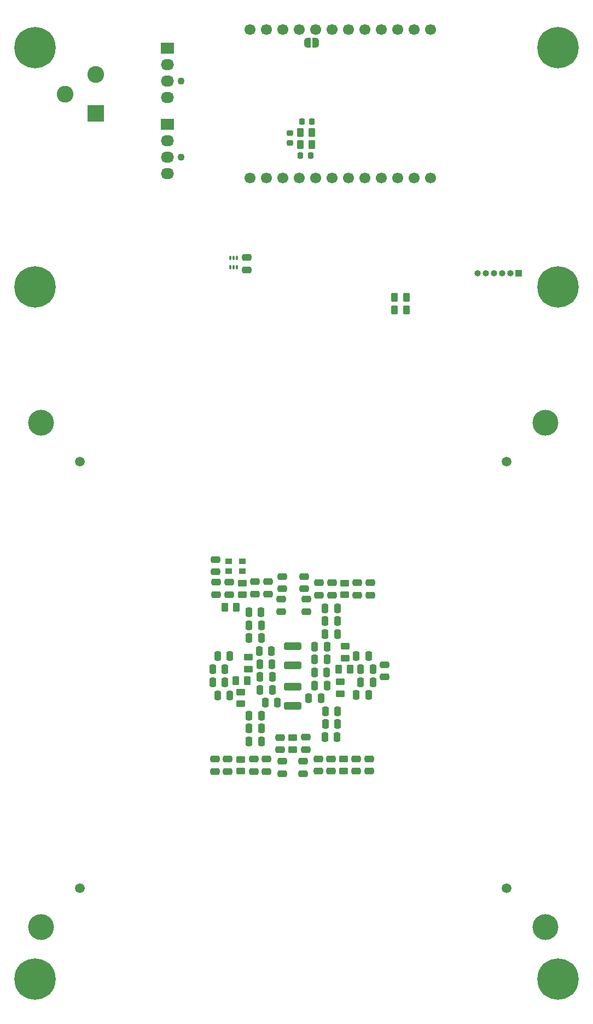
<source format=gbs>
G04 #@! TF.GenerationSoftware,KiCad,Pcbnew,8.0.1-8.0.1-1~ubuntu22.04.1*
G04 #@! TF.CreationDate,2025-01-07T16:49:49+01:00*
G04 #@! TF.ProjectId,nerdqaxe+,6e657264-7161-4786-952b-2e6b69636164,rev?*
G04 #@! TF.SameCoordinates,Original*
G04 #@! TF.FileFunction,Soldermask,Bot*
G04 #@! TF.FilePolarity,Negative*
%FSLAX46Y46*%
G04 Gerber Fmt 4.6, Leading zero omitted, Abs format (unit mm)*
G04 Created by KiCad (PCBNEW 8.0.1-8.0.1-1~ubuntu22.04.1) date 2025-01-07 16:49:49*
%MOMM*%
%LPD*%
G01*
G04 APERTURE LIST*
G04 Aperture macros list*
%AMRoundRect*
0 Rectangle with rounded corners*
0 $1 Rounding radius*
0 $2 $3 $4 $5 $6 $7 $8 $9 X,Y pos of 4 corners*
0 Add a 4 corners polygon primitive as box body*
4,1,4,$2,$3,$4,$5,$6,$7,$8,$9,$2,$3,0*
0 Add four circle primitives for the rounded corners*
1,1,$1+$1,$2,$3*
1,1,$1+$1,$4,$5*
1,1,$1+$1,$6,$7*
1,1,$1+$1,$8,$9*
0 Add four rect primitives between the rounded corners*
20,1,$1+$1,$2,$3,$4,$5,0*
20,1,$1+$1,$4,$5,$6,$7,0*
20,1,$1+$1,$6,$7,$8,$9,0*
20,1,$1+$1,$8,$9,$2,$3,0*%
%AMFreePoly0*
4,1,19,0.500000,-0.750000,0.000000,-0.750000,0.000000,-0.744911,-0.071157,-0.744911,-0.207708,-0.704816,-0.327430,-0.627875,-0.420627,-0.520320,-0.479746,-0.390866,-0.500000,-0.250000,-0.500000,0.250000,-0.479746,0.390866,-0.420627,0.520320,-0.327430,0.627875,-0.207708,0.704816,-0.071157,0.744911,0.000000,0.744911,0.000000,0.750000,0.500000,0.750000,0.500000,-0.750000,0.500000,-0.750000,
$1*%
%AMFreePoly1*
4,1,19,0.000000,0.744911,0.071157,0.744911,0.207708,0.704816,0.327430,0.627875,0.420627,0.520320,0.479746,0.390866,0.500000,0.250000,0.500000,-0.250000,0.479746,-0.390866,0.420627,-0.520320,0.327430,-0.627875,0.207708,-0.704816,0.071157,-0.744911,0.000000,-0.744911,0.000000,-0.750000,-0.500000,-0.750000,-0.500000,0.750000,0.000000,0.750000,0.000000,0.744911,0.000000,0.744911,
$1*%
G04 Aperture macros list end*
%ADD10C,1.500000*%
%ADD11C,0.800000*%
%ADD12C,6.400000*%
%ADD13C,4.000000*%
%ADD14C,1.700000*%
%ADD15R,1.000000X1.000000*%
%ADD16O,1.000000X1.000000*%
%ADD17C,1.100000*%
%ADD18R,2.030000X1.730000*%
%ADD19O,2.030000X1.730000*%
%ADD20R,2.600000X2.600000*%
%ADD21C,2.600000*%
%ADD22RoundRect,0.250000X-0.250000X-0.475000X0.250000X-0.475000X0.250000X0.475000X-0.250000X0.475000X0*%
%ADD23RoundRect,0.250000X0.250000X0.475000X-0.250000X0.475000X-0.250000X-0.475000X0.250000X-0.475000X0*%
%ADD24RoundRect,0.250000X-0.450000X0.262500X-0.450000X-0.262500X0.450000X-0.262500X0.450000X0.262500X0*%
%ADD25RoundRect,0.250000X0.262500X0.450000X-0.262500X0.450000X-0.262500X-0.450000X0.262500X-0.450000X0*%
%ADD26RoundRect,0.250000X0.475000X-0.250000X0.475000X0.250000X-0.475000X0.250000X-0.475000X-0.250000X0*%
%ADD27RoundRect,0.250000X0.450000X-0.262500X0.450000X0.262500X-0.450000X0.262500X-0.450000X-0.262500X0*%
%ADD28RoundRect,0.225000X-0.225000X-0.250000X0.225000X-0.250000X0.225000X0.250000X-0.225000X0.250000X0*%
%ADD29RoundRect,0.250000X-0.475000X0.250000X-0.475000X-0.250000X0.475000X-0.250000X0.475000X0.250000X0*%
%ADD30RoundRect,0.250000X-0.262500X-0.450000X0.262500X-0.450000X0.262500X0.450000X-0.262500X0.450000X0*%
%ADD31RoundRect,0.225000X0.250000X-0.225000X0.250000X0.225000X-0.250000X0.225000X-0.250000X-0.225000X0*%
%ADD32R,1.000000X0.900000*%
%ADD33RoundRect,0.250000X1.100000X-0.325000X1.100000X0.325000X-1.100000X0.325000X-1.100000X-0.325000X0*%
%ADD34RoundRect,0.225000X0.225000X0.250000X-0.225000X0.250000X-0.225000X-0.250000X0.225000X-0.250000X0*%
%ADD35RoundRect,0.050000X0.100000X-0.285000X0.100000X0.285000X-0.100000X0.285000X-0.100000X-0.285000X0*%
%ADD36FreePoly0,0.000000*%
%ADD37FreePoly1,0.000000*%
%ADD38RoundRect,0.250000X-1.100000X0.325000X-1.100000X-0.325000X1.100000X-0.325000X1.100000X0.325000X0*%
G04 APERTURE END LIST*
D10*
X62000000Y-92000000D03*
D11*
X52600000Y-28000000D03*
X53302944Y-26302944D03*
X53302944Y-29697056D03*
X55000000Y-25600000D03*
D12*
X55000000Y-28000000D03*
D11*
X55000000Y-30400000D03*
X56697056Y-26302944D03*
X56697056Y-29697056D03*
X57400000Y-28000000D03*
D13*
X134000000Y-164000000D03*
D14*
X88310000Y-25250000D03*
X90850000Y-25250000D03*
X93390000Y-25250000D03*
X95930000Y-25250000D03*
X98470000Y-25250000D03*
X101010000Y-25250000D03*
X103550000Y-25250000D03*
X106090000Y-25250000D03*
X108630000Y-25250000D03*
X111170000Y-25250000D03*
X113710000Y-25250000D03*
X116250000Y-25250000D03*
X116250000Y-48170000D03*
X113710000Y-48170000D03*
X111170000Y-48170000D03*
X108630000Y-48170000D03*
X106090000Y-48170000D03*
X103550000Y-48170000D03*
X101010000Y-48170000D03*
X98470000Y-48170000D03*
X95930000Y-48170000D03*
X93390000Y-48170000D03*
X90850000Y-48170000D03*
X88310000Y-48170000D03*
D15*
X129875000Y-62900000D03*
D16*
X128605000Y-62900000D03*
X127335000Y-62900000D03*
X126065000Y-62900000D03*
X124795000Y-62900000D03*
X123525000Y-62900000D03*
D17*
X77660000Y-44980000D03*
D18*
X75500000Y-39900000D03*
D19*
X75500000Y-42440000D03*
X75500000Y-44980000D03*
X75500000Y-47520000D03*
D13*
X56000000Y-164000000D03*
X56000000Y-86000000D03*
D10*
X62000000Y-158000000D03*
D11*
X133600000Y-28000000D03*
X134302944Y-26302944D03*
X134302944Y-29697056D03*
X136000000Y-25600000D03*
D12*
X136000000Y-28000000D03*
D11*
X136000000Y-30400000D03*
X137697056Y-26302944D03*
X137697056Y-29697056D03*
X138400000Y-28000000D03*
D13*
X134000000Y-86000000D03*
D10*
X128000000Y-158000000D03*
D11*
X133600000Y-172000000D03*
X134302944Y-170302944D03*
X134302944Y-173697056D03*
X136000000Y-169600000D03*
D12*
X136000000Y-172000000D03*
D11*
X136000000Y-174400000D03*
X137697056Y-170302944D03*
X137697056Y-173697056D03*
X138400000Y-172000000D03*
X52600000Y-65000000D03*
X53302944Y-63302944D03*
X53302944Y-66697056D03*
X55000000Y-62600000D03*
D12*
X55000000Y-65000000D03*
D11*
X55000000Y-67400000D03*
X56697056Y-63302944D03*
X56697056Y-66697056D03*
X57400000Y-65000000D03*
D17*
X77660000Y-33180000D03*
D18*
X75500000Y-28100000D03*
D19*
X75500000Y-30640000D03*
X75500000Y-33180000D03*
X75500000Y-35720000D03*
D11*
X133600000Y-65000000D03*
X134302944Y-63302944D03*
X134302944Y-66697056D03*
X136000000Y-62600000D03*
D12*
X136000000Y-65000000D03*
D11*
X136000000Y-67400000D03*
X137697056Y-63302944D03*
X137697056Y-66697056D03*
X138400000Y-65000000D03*
D20*
X64400000Y-38200000D03*
D21*
X64400000Y-32200000D03*
X59700000Y-35200000D03*
D10*
X128000000Y-92000000D03*
D11*
X52600000Y-172000000D03*
X53302944Y-170302944D03*
X53302944Y-173697056D03*
X55000000Y-169600000D03*
D12*
X55000000Y-172000000D03*
D11*
X55000000Y-174400000D03*
X56697056Y-170302944D03*
X56697056Y-173697056D03*
X57400000Y-172000000D03*
D22*
X90640000Y-129300000D03*
X92540000Y-129300000D03*
D23*
X106650000Y-128100000D03*
X104750000Y-128100000D03*
D24*
X88011000Y-122277500D03*
X88011000Y-124102500D03*
D25*
X97900000Y-43000000D03*
X96075000Y-43000000D03*
D26*
X101000000Y-112650000D03*
X101000000Y-110750000D03*
X96500000Y-140250000D03*
X96500000Y-138350000D03*
D27*
X103020000Y-122372500D03*
X103020000Y-120547500D03*
D28*
X96325000Y-39400000D03*
X97875000Y-39400000D03*
D29*
X93300000Y-138350000D03*
X93300000Y-140250000D03*
D23*
X91650000Y-121325000D03*
X89750000Y-121325000D03*
D24*
X102800000Y-137987500D03*
X102800000Y-139812500D03*
D29*
X104900000Y-110750000D03*
X104900000Y-112650000D03*
D24*
X86910000Y-127637500D03*
X86910000Y-129462500D03*
D25*
X87925000Y-125850000D03*
X86100000Y-125850000D03*
D23*
X90050000Y-133270000D03*
X88150000Y-133270000D03*
D29*
X88875000Y-138000000D03*
X88875000Y-139900000D03*
D26*
X83100000Y-112575000D03*
X83100000Y-110675000D03*
D30*
X101987500Y-124100000D03*
X103812500Y-124100000D03*
D22*
X105450000Y-126100000D03*
X107350000Y-126100000D03*
X99920000Y-116670000D03*
X101820000Y-116670000D03*
X99910000Y-134590000D03*
X101810000Y-134590000D03*
X99960000Y-130590000D03*
X101860000Y-130590000D03*
X99920000Y-118670000D03*
X101820000Y-118670000D03*
D23*
X84450000Y-124100000D03*
X82550000Y-124100000D03*
D29*
X92964000Y-134650000D03*
X92964000Y-136550000D03*
D26*
X100850000Y-139875000D03*
X100850000Y-137975000D03*
X104750000Y-139850000D03*
X104750000Y-137950000D03*
X109100000Y-125300000D03*
X109100000Y-123400000D03*
D23*
X91700000Y-123325000D03*
X89800000Y-123325000D03*
D24*
X86875000Y-138037500D03*
X86875000Y-139862500D03*
D22*
X83300000Y-122100000D03*
X85200000Y-122100000D03*
D26*
X98875000Y-139875000D03*
X98875000Y-137975000D03*
D22*
X83290000Y-128160000D03*
X85190000Y-128160000D03*
D23*
X91750000Y-127325000D03*
X89850000Y-127325000D03*
D29*
X87800000Y-60450000D03*
X87800000Y-62350000D03*
D24*
X94945200Y-134698100D03*
X94945200Y-136523100D03*
D29*
X93300000Y-109800000D03*
X93300000Y-111700000D03*
D22*
X98310000Y-122610000D03*
X100210000Y-122610000D03*
D23*
X90060000Y-119300000D03*
X88160000Y-119300000D03*
X90050000Y-117300000D03*
X88150000Y-117300000D03*
D25*
X112500000Y-68600000D03*
X110675000Y-68600000D03*
D26*
X96901000Y-136545400D03*
X96901000Y-134645400D03*
D29*
X83000000Y-107175000D03*
X83000000Y-109075000D03*
D26*
X106900000Y-112650000D03*
X106900000Y-110750000D03*
D31*
X94500000Y-42775000D03*
X94500000Y-41225000D03*
D22*
X98310000Y-120630000D03*
X100210000Y-120630000D03*
D24*
X87100000Y-110775000D03*
X87100000Y-112600000D03*
D29*
X91100000Y-110575000D03*
X91100000Y-112475000D03*
D22*
X97380000Y-128610000D03*
X99280000Y-128610000D03*
D24*
X102235000Y-126087500D03*
X102235000Y-127912500D03*
D26*
X98990000Y-112650000D03*
X98990000Y-110750000D03*
D32*
X84975000Y-107425000D03*
X87125000Y-107425000D03*
X87125000Y-108975000D03*
X84975000Y-108975000D03*
D22*
X99920000Y-114670000D03*
X101820000Y-114670000D03*
X99960000Y-132590000D03*
X101860000Y-132590000D03*
D23*
X106650000Y-122100000D03*
X104750000Y-122100000D03*
D25*
X86232500Y-114570000D03*
X84407500Y-114570000D03*
X97900000Y-41100000D03*
X96075000Y-41100000D03*
D33*
X94900000Y-129775000D03*
X94900000Y-126825000D03*
D27*
X102930000Y-112612500D03*
X102930000Y-110787500D03*
D26*
X84875000Y-139900000D03*
X84875000Y-138000000D03*
D29*
X82875000Y-138000000D03*
X82875000Y-139900000D03*
D34*
X97675000Y-44700000D03*
X96125000Y-44700000D03*
D25*
X112500000Y-66600000D03*
X110675000Y-66600000D03*
D23*
X91750000Y-125325000D03*
X89850000Y-125325000D03*
D35*
X86250000Y-61960000D03*
X85750000Y-61960000D03*
X85250000Y-61960000D03*
X85250000Y-60480000D03*
X85750000Y-60480000D03*
X86250000Y-60480000D03*
D36*
X97200000Y-27250000D03*
D37*
X98500000Y-27250000D03*
D23*
X90050000Y-131270000D03*
X88150000Y-131270000D03*
D38*
X94900000Y-120525000D03*
X94900000Y-123475000D03*
D23*
X90060000Y-135260000D03*
X88160000Y-135260000D03*
X90040000Y-115300000D03*
X88140000Y-115300000D03*
D29*
X106725000Y-137950000D03*
X106725000Y-139850000D03*
X89100000Y-110575000D03*
X89100000Y-112475000D03*
X90875000Y-138000000D03*
X90875000Y-139900000D03*
D22*
X98310000Y-126610000D03*
X100210000Y-126610000D03*
D26*
X97000000Y-115200000D03*
X97000000Y-113300000D03*
D29*
X85100000Y-110675000D03*
X85100000Y-112575000D03*
D22*
X105450000Y-124100000D03*
X107350000Y-124100000D03*
D29*
X93100000Y-113300000D03*
X93100000Y-115200000D03*
D26*
X96700000Y-111700000D03*
X96700000Y-109800000D03*
D22*
X98260000Y-124610000D03*
X100160000Y-124610000D03*
D23*
X84450000Y-126100000D03*
X82550000Y-126100000D03*
M02*

</source>
